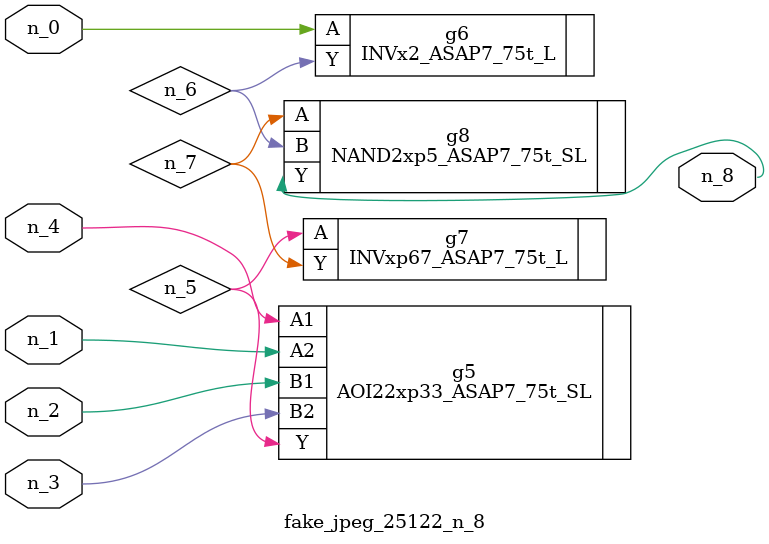
<source format=v>
module fake_jpeg_25122_n_8 (n_3, n_2, n_1, n_0, n_4, n_8);

input n_3;
input n_2;
input n_1;
input n_0;
input n_4;

output n_8;

wire n_6;
wire n_5;
wire n_7;

AOI22xp33_ASAP7_75t_SL g5 ( 
.A1(n_4),
.A2(n_1),
.B1(n_2),
.B2(n_3),
.Y(n_5)
);

INVx2_ASAP7_75t_L g6 ( 
.A(n_0),
.Y(n_6)
);

INVxp67_ASAP7_75t_L g7 ( 
.A(n_5),
.Y(n_7)
);

NAND2xp5_ASAP7_75t_SL g8 ( 
.A(n_7),
.B(n_6),
.Y(n_8)
);


endmodule
</source>
